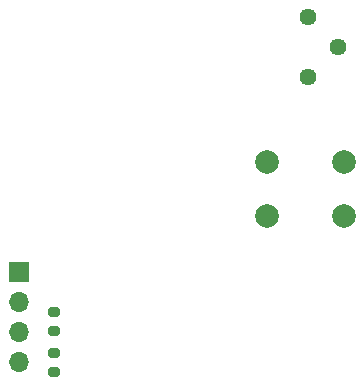
<source format=gbs>
%TF.GenerationSoftware,KiCad,Pcbnew,8.0.7*%
%TF.CreationDate,2025-01-18T18:37:27+05:30*%
%TF.ProjectId,AOS16 Timer,414f5331-3620-4546-996d-65722e6b6963,rev?*%
%TF.SameCoordinates,Original*%
%TF.FileFunction,Soldermask,Bot*%
%TF.FilePolarity,Negative*%
%FSLAX46Y46*%
G04 Gerber Fmt 4.6, Leading zero omitted, Abs format (unit mm)*
G04 Created by KiCad (PCBNEW 8.0.7) date 2025-01-18 18:37:27*
%MOMM*%
%LPD*%
G01*
G04 APERTURE LIST*
G04 Aperture macros list*
%AMRoundRect*
0 Rectangle with rounded corners*
0 $1 Rounding radius*
0 $2 $3 $4 $5 $6 $7 $8 $9 X,Y pos of 4 corners*
0 Add a 4 corners polygon primitive as box body*
4,1,4,$2,$3,$4,$5,$6,$7,$8,$9,$2,$3,0*
0 Add four circle primitives for the rounded corners*
1,1,$1+$1,$2,$3*
1,1,$1+$1,$4,$5*
1,1,$1+$1,$6,$7*
1,1,$1+$1,$8,$9*
0 Add four rect primitives between the rounded corners*
20,1,$1+$1,$2,$3,$4,$5,0*
20,1,$1+$1,$4,$5,$6,$7,0*
20,1,$1+$1,$6,$7,$8,$9,0*
20,1,$1+$1,$8,$9,$2,$3,0*%
G04 Aperture macros list end*
%ADD10C,1.440000*%
%ADD11R,1.700000X1.700000*%
%ADD12O,1.700000X1.700000*%
%ADD13C,2.000000*%
%ADD14RoundRect,0.200000X-0.275000X0.200000X-0.275000X-0.200000X0.275000X-0.200000X0.275000X0.200000X0*%
G04 APERTURE END LIST*
D10*
%TO.C,RV1*%
X97960000Y-66040000D03*
X100500000Y-63500000D03*
X97960000Y-60960000D03*
%TD*%
D11*
%TO.C,J1*%
X73500000Y-82500000D03*
D12*
X73500000Y-85040000D03*
X73500000Y-87580000D03*
X73500000Y-90120000D03*
%TD*%
D13*
%TO.C,SW1*%
X101000000Y-77750000D03*
X94500000Y-77750000D03*
X101000000Y-73250000D03*
X94500000Y-73250000D03*
%TD*%
D14*
%TO.C,R7*%
X76500000Y-89350000D03*
X76500000Y-91000000D03*
%TD*%
%TO.C,R8*%
X76500000Y-85912500D03*
X76500000Y-87562500D03*
%TD*%
M02*

</source>
